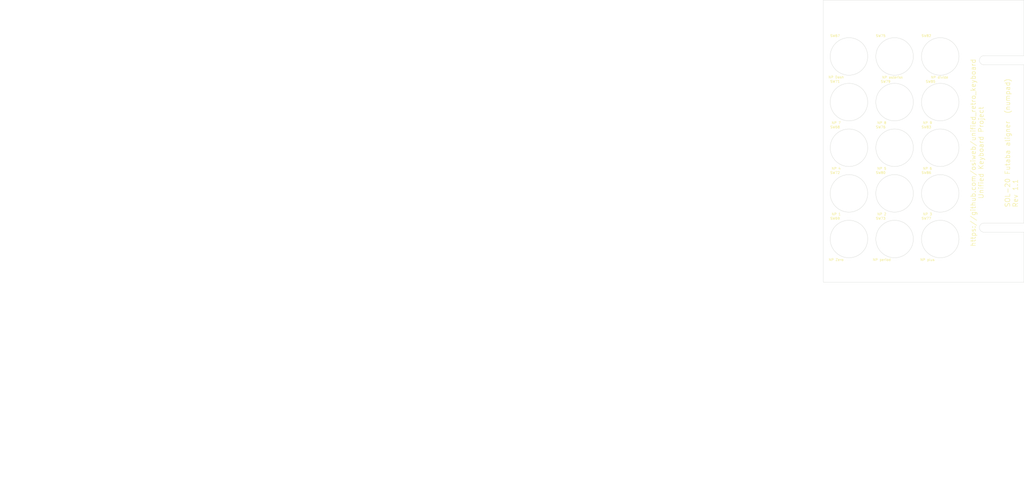
<source format=kicad_pcb>
(kicad_pcb (version 20171130) (host pcbnew "(5.1.5-0-10_14)")

  (general
    (thickness 1.6)
    (drawings 15)
    (tracks 0)
    (zones 0)
    (modules 19)
    (nets 1)
  )

  (page C)
  (title_block
    (title "Unified Retro Keyboard")
    (date 2019-08-25)
    (rev 1.1)
    (company OSIWeb.org)
    (comment 1 "Key aligner - Futaba (numpad)")
  )

  (layers
    (0 F.Cu signal)
    (31 B.Cu signal)
    (32 B.Adhes user)
    (33 F.Adhes user)
    (34 B.Paste user)
    (35 F.Paste user)
    (36 B.SilkS user)
    (37 F.SilkS user)
    (38 B.Mask user)
    (39 F.Mask user)
    (40 Dwgs.User user)
    (41 Cmts.User user)
    (42 Eco1.User user)
    (43 Eco2.User user)
    (44 Edge.Cuts user)
    (45 Margin user)
    (46 B.CrtYd user)
    (47 F.CrtYd user)
    (48 B.Fab user)
    (49 F.Fab user)
  )

  (setup
    (last_trace_width 0.254)
    (user_trace_width 0.254)
    (user_trace_width 0.508)
    (user_trace_width 1.27)
    (trace_clearance 0.2)
    (zone_clearance 0.508)
    (zone_45_only no)
    (trace_min 0.2)
    (via_size 0.8128)
    (via_drill 0.4064)
    (via_min_size 0.4)
    (via_min_drill 0.3)
    (user_via 1.27 0.7112)
    (uvia_size 0.3048)
    (uvia_drill 0.1016)
    (uvias_allowed no)
    (uvia_min_size 0.2)
    (uvia_min_drill 0.1)
    (edge_width 0.05)
    (segment_width 0.2)
    (pcb_text_width 0.3)
    (pcb_text_size 1.5 1.5)
    (mod_edge_width 0.12)
    (mod_text_size 1 1)
    (mod_text_width 0.15)
    (pad_size 3.81 3.81)
    (pad_drill 3.81)
    (pad_to_mask_clearance 0)
    (aux_axis_origin 61.4172 179.1081)
    (grid_origin 76.835 223.393)
    (visible_elements 7FFFEFFF)
    (pcbplotparams
      (layerselection 0x010fc_ffffffff)
      (usegerberextensions false)
      (usegerberattributes false)
      (usegerberadvancedattributes false)
      (creategerberjobfile false)
      (excludeedgelayer true)
      (linewidth 0.100000)
      (plotframeref false)
      (viasonmask false)
      (mode 1)
      (useauxorigin false)
      (hpglpennumber 1)
      (hpglpenspeed 20)
      (hpglpendiameter 15.000000)
      (psnegative false)
      (psa4output false)
      (plotreference true)
      (plotvalue true)
      (plotinvisibletext false)
      (padsonsilk false)
      (subtractmaskfromsilk false)
      (outputformat 1)
      (mirror false)
      (drillshape 0)
      (scaleselection 1)
      (outputdirectory "outputs"))
  )

  (net 0 "")

  (net_class Default "This is the default net class."
    (clearance 0.2)
    (trace_width 0.254)
    (via_dia 0.8128)
    (via_drill 0.4064)
    (uvia_dia 0.3048)
    (uvia_drill 0.1016)
    (diff_pair_width 0.2032)
    (diff_pair_gap 0.254)
  )

  (net_class power1 ""
    (clearance 0.254)
    (trace_width 1.27)
    (via_dia 1.27)
    (via_drill 0.7112)
    (uvia_dia 0.3048)
    (uvia_drill 0.1016)
    (diff_pair_width 0.2032)
    (diff_pair_gap 0.254)
  )

  (net_class signal ""
    (clearance 0.2032)
    (trace_width 0.254)
    (via_dia 0.8128)
    (via_drill 0.4064)
    (uvia_dia 0.3048)
    (uvia_drill 0.1016)
    (diff_pair_width 0.2032)
    (diff_pair_gap 0.254)
  )

  (module unikbd:Futaba-MD-4PCS-aligner locked (layer F.Cu) (tedit 5DA63068) (tstamp 5E12D55C)
    (at 451.47738 168.69156)
    (path /5E16AC8E/5E1BE10C)
    (fp_text reference SW76 (at -5.7912 -8.6106) (layer F.SilkS)
      (effects (font (size 1 1) (thickness 0.15)))
    )
    (fp_text value "NP 5" (at -5.334 8.6614) (layer F.SilkS)
      (effects (font (size 1 1) (thickness 0.15)))
    )
    (fp_circle (center 0 0) (end 7.8232 0) (layer Edge.Cuts) (width 0.12))
    (pad "" np_thru_hole circle (at -6.985 -6.985) (size 1.6256 1.6256) (drill 1.6256) (layers *.Cu *.Mask))
    (pad "" np_thru_hole circle (at -6.985 6.985) (size 1.6256 1.6256) (drill 1.6256) (layers *.Cu *.Mask))
    (pad "" np_thru_hole circle (at 6.985 6.985) (size 1.6256 1.6256) (drill 1.6256) (layers *.Cu *.Mask))
    (pad "" np_thru_hole circle (at 6.985 -6.985) (size 1.6256 1.6256) (drill 1.6256) (layers *.Cu *.Mask))
  )

  (module unikbd:Futaba-MD-4PCS-aligner locked (layer F.Cu) (tedit 5DA63068) (tstamp 5E12D4BC)
    (at 432.42738 168.69156)
    (path /5E16AC8E/5E1BE109)
    (fp_text reference SW68 (at -5.7912 -8.6106) (layer F.SilkS)
      (effects (font (size 1 1) (thickness 0.15)))
    )
    (fp_text value "NP 4" (at -5.334 8.6614) (layer F.SilkS)
      (effects (font (size 1 1) (thickness 0.15)))
    )
    (fp_circle (center 0 0) (end 7.8232 0) (layer Edge.Cuts) (width 0.12))
    (pad "" np_thru_hole circle (at -6.985 -6.985) (size 1.6256 1.6256) (drill 1.6256) (layers *.Cu *.Mask))
    (pad "" np_thru_hole circle (at -6.985 6.985) (size 1.6256 1.6256) (drill 1.6256) (layers *.Cu *.Mask))
    (pad "" np_thru_hole circle (at 6.985 6.985) (size 1.6256 1.6256) (drill 1.6256) (layers *.Cu *.Mask))
    (pad "" np_thru_hole circle (at 6.985 -6.985) (size 1.6256 1.6256) (drill 1.6256) (layers *.Cu *.Mask))
  )

  (module unikbd:Futaba-MD-4PCS-aligner locked (layer F.Cu) (tedit 5DA63068) (tstamp 5E12D5E8)
    (at 470.52738 168.69156)
    (path /5E16AC8E/5E1BE10D)
    (fp_text reference SW83 (at -5.7912 -8.6106) (layer F.SilkS)
      (effects (font (size 1 1) (thickness 0.15)))
    )
    (fp_text value "NP 6" (at -5.334 8.6614) (layer F.SilkS)
      (effects (font (size 1 1) (thickness 0.15)))
    )
    (fp_circle (center 0 0) (end 7.8232 0) (layer Edge.Cuts) (width 0.12))
    (pad "" np_thru_hole circle (at -6.985 -6.985) (size 1.6256 1.6256) (drill 1.6256) (layers *.Cu *.Mask))
    (pad "" np_thru_hole circle (at -6.985 6.985) (size 1.6256 1.6256) (drill 1.6256) (layers *.Cu *.Mask))
    (pad "" np_thru_hole circle (at 6.985 6.985) (size 1.6256 1.6256) (drill 1.6256) (layers *.Cu *.Mask))
    (pad "" np_thru_hole circle (at 6.985 -6.985) (size 1.6256 1.6256) (drill 1.6256) (layers *.Cu *.Mask))
  )

  (module unikbd:Futaba-MD-4PCS-aligner locked (layer F.Cu) (tedit 5DA63068) (tstamp 5E120789)
    (at 470.52738 149.64156)
    (path /5E16AC8E/5E1BE103)
    (fp_text reference SW85 (at -4.03098 -8.56996) (layer F.SilkS)
      (effects (font (size 1 1) (thickness 0.15)))
    )
    (fp_text value "NP 9" (at -5.334 8.6614) (layer F.SilkS)
      (effects (font (size 1 1) (thickness 0.15)))
    )
    (fp_circle (center 0 0) (end 7.8232 0) (layer Edge.Cuts) (width 0.12))
    (pad "" np_thru_hole circle (at -6.985 -6.985) (size 1.6256 1.6256) (drill 1.6256) (layers *.Cu *.Mask))
    (pad "" np_thru_hole circle (at -6.985 6.985) (size 1.6256 1.6256) (drill 1.6256) (layers *.Cu *.Mask))
    (pad "" np_thru_hole circle (at 6.985 6.985) (size 1.6256 1.6256) (drill 1.6256) (layers *.Cu *.Mask))
    (pad "" np_thru_hole circle (at 6.985 -6.985) (size 1.6256 1.6256) (drill 1.6256) (layers *.Cu *.Mask))
  )

  (module unikbd:Futaba-MD-4PCS-aligner locked (layer F.Cu) (tedit 5DA63068) (tstamp 5E12D624)
    (at 470.52738 187.74156)
    (path /5E16AC8E/5E1BE10E)
    (fp_text reference SW86 (at -5.7912 -8.6106) (layer F.SilkS)
      (effects (font (size 1 1) (thickness 0.15)))
    )
    (fp_text value "NP 3" (at -5.334 8.6614) (layer F.SilkS)
      (effects (font (size 1 1) (thickness 0.15)))
    )
    (fp_circle (center 0 0) (end 7.8232 0) (layer Edge.Cuts) (width 0.12))
    (pad "" np_thru_hole circle (at -6.985 -6.985) (size 1.6256 1.6256) (drill 1.6256) (layers *.Cu *.Mask))
    (pad "" np_thru_hole circle (at -6.985 6.985) (size 1.6256 1.6256) (drill 1.6256) (layers *.Cu *.Mask))
    (pad "" np_thru_hole circle (at 6.985 6.985) (size 1.6256 1.6256) (drill 1.6256) (layers *.Cu *.Mask))
    (pad "" np_thru_hole circle (at 6.985 -6.985) (size 1.6256 1.6256) (drill 1.6256) (layers *.Cu *.Mask))
  )

  (module unikbd:Futaba-MD-4PCS-aligner locked (layer F.Cu) (tedit 5DA63068) (tstamp 5E12D5D4)
    (at 470.52738 130.59156)
    (path /5E16AC8E/5E1BE102)
    (fp_text reference SW82 (at -5.7912 -8.6106) (layer F.SilkS)
      (effects (font (size 1 1) (thickness 0.15)))
    )
    (fp_text value "NP divide" (at -0.29718 8.72744) (layer F.SilkS)
      (effects (font (size 1 1) (thickness 0.15)))
    )
    (fp_circle (center 0 0) (end 7.8232 0) (layer Edge.Cuts) (width 0.12))
    (pad "" np_thru_hole circle (at -6.985 -6.985) (size 1.6256 1.6256) (drill 1.6256) (layers *.Cu *.Mask))
    (pad "" np_thru_hole circle (at -6.985 6.985) (size 1.6256 1.6256) (drill 1.6256) (layers *.Cu *.Mask))
    (pad "" np_thru_hole circle (at 6.985 6.985) (size 1.6256 1.6256) (drill 1.6256) (layers *.Cu *.Mask))
    (pad "" np_thru_hole circle (at 6.985 -6.985) (size 1.6256 1.6256) (drill 1.6256) (layers *.Cu *.Mask))
  )

  (module unikbd:Futaba-MD-4PCS-aligner locked (layer F.Cu) (tedit 5DA63068) (tstamp 5E12D5AC)
    (at 451.47738 187.74156)
    (path /5E16AC8E/5E1BE10B)
    (fp_text reference SW80 (at -5.7912 -8.6106) (layer F.SilkS)
      (effects (font (size 1 1) (thickness 0.15)))
    )
    (fp_text value "NP 2" (at -5.334 8.6614) (layer F.SilkS)
      (effects (font (size 1 1) (thickness 0.15)))
    )
    (fp_circle (center 0 0) (end 7.8232 0) (layer Edge.Cuts) (width 0.12))
    (pad "" np_thru_hole circle (at -6.985 -6.985) (size 1.6256 1.6256) (drill 1.6256) (layers *.Cu *.Mask))
    (pad "" np_thru_hole circle (at -6.985 6.985) (size 1.6256 1.6256) (drill 1.6256) (layers *.Cu *.Mask))
    (pad "" np_thru_hole circle (at 6.985 6.985) (size 1.6256 1.6256) (drill 1.6256) (layers *.Cu *.Mask))
    (pad "" np_thru_hole circle (at 6.985 -6.985) (size 1.6256 1.6256) (drill 1.6256) (layers *.Cu *.Mask))
  )

  (module unikbd:Futaba-MD-4PCS-aligner locked (layer F.Cu) (tedit 5DA63068) (tstamp 5E12D598)
    (at 451.47738 149.64156)
    (path /5E16AC8E/5E1BE100)
    (fp_text reference SW79 (at -3.75158 -8.56996) (layer F.SilkS)
      (effects (font (size 1 1) (thickness 0.15)))
    )
    (fp_text value "NP 8" (at -5.334 8.6614) (layer F.SilkS)
      (effects (font (size 1 1) (thickness 0.15)))
    )
    (fp_circle (center 0 0) (end 7.8232 0) (layer Edge.Cuts) (width 0.12))
    (pad "" np_thru_hole circle (at -6.985 -6.985) (size 1.6256 1.6256) (drill 1.6256) (layers *.Cu *.Mask))
    (pad "" np_thru_hole circle (at -6.985 6.985) (size 1.6256 1.6256) (drill 1.6256) (layers *.Cu *.Mask))
    (pad "" np_thru_hole circle (at 6.985 6.985) (size 1.6256 1.6256) (drill 1.6256) (layers *.Cu *.Mask))
    (pad "" np_thru_hole circle (at 6.985 -6.985) (size 1.6256 1.6256) (drill 1.6256) (layers *.Cu *.Mask))
  )

  (module unikbd:Futaba-MD-4PCS-aligner locked (layer F.Cu) (tedit 5DA63068) (tstamp 5E12D570)
    (at 470.52738 206.79156)
    (path /5E16AC8E/5E1BE116)
    (fp_text reference SW77 (at -5.7912 -8.6106) (layer F.SilkS)
      (effects (font (size 1 1) (thickness 0.15)))
    )
    (fp_text value "NP plus" (at -5.334 8.6614) (layer F.SilkS)
      (effects (font (size 1 1) (thickness 0.15)))
    )
    (fp_circle (center 0 0) (end 7.8232 0) (layer Edge.Cuts) (width 0.12))
    (pad "" np_thru_hole circle (at -6.985 -6.985) (size 1.6256 1.6256) (drill 1.6256) (layers *.Cu *.Mask))
    (pad "" np_thru_hole circle (at -6.985 6.985) (size 1.6256 1.6256) (drill 1.6256) (layers *.Cu *.Mask))
    (pad "" np_thru_hole circle (at 6.985 6.985) (size 1.6256 1.6256) (drill 1.6256) (layers *.Cu *.Mask))
    (pad "" np_thru_hole circle (at 6.985 -6.985) (size 1.6256 1.6256) (drill 1.6256) (layers *.Cu *.Mask))
  )

  (module unikbd:Futaba-MD-4PCS-aligner locked (layer F.Cu) (tedit 5DA63068) (tstamp 5E114E20)
    (at 451.47738 130.59156)
    (path /5E16AC8E/5E1BE101)
    (fp_text reference SW75 (at -5.7912 -8.6106) (layer F.SilkS)
      (effects (font (size 1 1) (thickness 0.15)))
    )
    (fp_text value "NP asterisk" (at -0.88138 8.72744) (layer F.SilkS)
      (effects (font (size 1 1) (thickness 0.15)))
    )
    (fp_circle (center 0 0) (end 7.8232 0) (layer Edge.Cuts) (width 0.12))
    (pad "" np_thru_hole circle (at -6.985 -6.985) (size 1.6256 1.6256) (drill 1.6256) (layers *.Cu *.Mask))
    (pad "" np_thru_hole circle (at -6.985 6.985) (size 1.6256 1.6256) (drill 1.6256) (layers *.Cu *.Mask))
    (pad "" np_thru_hole circle (at 6.985 6.985) (size 1.6256 1.6256) (drill 1.6256) (layers *.Cu *.Mask))
    (pad "" np_thru_hole circle (at 6.985 -6.985) (size 1.6256 1.6256) (drill 1.6256) (layers *.Cu *.Mask))
  )

  (module unikbd:Futaba-MD-4PCS-aligner locked (layer F.Cu) (tedit 5DA63068) (tstamp 5E12D520)
    (at 451.47738 206.79156)
    (path /5E16AC8E/5BC6D0AD)
    (fp_text reference SW73 (at -5.7912 -8.6106) (layer F.SilkS)
      (effects (font (size 1 1) (thickness 0.15)))
    )
    (fp_text value "NP period" (at -5.334 8.6614) (layer F.SilkS)
      (effects (font (size 1 1) (thickness 0.15)))
    )
    (fp_circle (center 0 0) (end 7.8232 0) (layer Edge.Cuts) (width 0.12))
    (pad "" np_thru_hole circle (at -6.985 -6.985) (size 1.6256 1.6256) (drill 1.6256) (layers *.Cu *.Mask))
    (pad "" np_thru_hole circle (at -6.985 6.985) (size 1.6256 1.6256) (drill 1.6256) (layers *.Cu *.Mask))
    (pad "" np_thru_hole circle (at 6.985 6.985) (size 1.6256 1.6256) (drill 1.6256) (layers *.Cu *.Mask))
    (pad "" np_thru_hole circle (at 6.985 -6.985) (size 1.6256 1.6256) (drill 1.6256) (layers *.Cu *.Mask))
  )

  (module unikbd:Futaba-MD-4PCS-aligner locked (layer F.Cu) (tedit 5DA63068) (tstamp 5E12D50C)
    (at 432.42738 187.74156)
    (path /5E16AC8E/5E1BE10A)
    (fp_text reference SW72 (at -5.7912 -8.6106) (layer F.SilkS)
      (effects (font (size 1 1) (thickness 0.15)))
    )
    (fp_text value "NP 1" (at -5.334 8.6614) (layer F.SilkS)
      (effects (font (size 1 1) (thickness 0.15)))
    )
    (fp_circle (center 0 0) (end 7.8232 0) (layer Edge.Cuts) (width 0.12))
    (pad "" np_thru_hole circle (at -6.985 -6.985) (size 1.6256 1.6256) (drill 1.6256) (layers *.Cu *.Mask))
    (pad "" np_thru_hole circle (at -6.985 6.985) (size 1.6256 1.6256) (drill 1.6256) (layers *.Cu *.Mask))
    (pad "" np_thru_hole circle (at 6.985 6.985) (size 1.6256 1.6256) (drill 1.6256) (layers *.Cu *.Mask))
    (pad "" np_thru_hole circle (at 6.985 -6.985) (size 1.6256 1.6256) (drill 1.6256) (layers *.Cu *.Mask))
  )

  (module unikbd:Futaba-MD-4PCS-aligner locked (layer F.Cu) (tedit 5DA63068) (tstamp 5E12D4F8)
    (at 432.42738 149.64156)
    (path /5E16AC8E/5E1BE0FF)
    (fp_text reference SW71 (at -5.7912 -8.6106) (layer F.SilkS)
      (effects (font (size 1 1) (thickness 0.15)))
    )
    (fp_text value "NP 7" (at -5.334 8.6614) (layer F.SilkS)
      (effects (font (size 1 1) (thickness 0.15)))
    )
    (fp_circle (center 0 0) (end 7.8232 0) (layer Edge.Cuts) (width 0.12))
    (pad "" np_thru_hole circle (at -6.985 -6.985) (size 1.6256 1.6256) (drill 1.6256) (layers *.Cu *.Mask))
    (pad "" np_thru_hole circle (at -6.985 6.985) (size 1.6256 1.6256) (drill 1.6256) (layers *.Cu *.Mask))
    (pad "" np_thru_hole circle (at 6.985 6.985) (size 1.6256 1.6256) (drill 1.6256) (layers *.Cu *.Mask))
    (pad "" np_thru_hole circle (at 6.985 -6.985) (size 1.6256 1.6256) (drill 1.6256) (layers *.Cu *.Mask))
  )

  (module unikbd:Futaba-MD-4PCS-aligner locked (layer F.Cu) (tedit 5DA63068) (tstamp 5E12D4D0)
    (at 432.42738 206.79156)
    (path /5E16AC8E/5E149AE2)
    (fp_text reference SW69 (at -5.7912 -8.6106) (layer F.SilkS)
      (effects (font (size 1 1) (thickness 0.15)))
    )
    (fp_text value "NP Zero" (at -5.334 8.6614) (layer F.SilkS)
      (effects (font (size 1 1) (thickness 0.15)))
    )
    (fp_circle (center 0 0) (end 7.8232 0) (layer Edge.Cuts) (width 0.12))
    (pad "" np_thru_hole circle (at -6.985 -6.985) (size 1.6256 1.6256) (drill 1.6256) (layers *.Cu *.Mask))
    (pad "" np_thru_hole circle (at -6.985 6.985) (size 1.6256 1.6256) (drill 1.6256) (layers *.Cu *.Mask))
    (pad "" np_thru_hole circle (at 6.985 6.985) (size 1.6256 1.6256) (drill 1.6256) (layers *.Cu *.Mask))
    (pad "" np_thru_hole circle (at 6.985 -6.985) (size 1.6256 1.6256) (drill 1.6256) (layers *.Cu *.Mask))
  )

  (module unikbd:Futaba-MD-4PCS-aligner locked (layer F.Cu) (tedit 5DA63068) (tstamp 5E12D4A8)
    (at 432.42738 130.59156)
    (path /5E16AC8E/5E13E76B)
    (fp_text reference SW67 (at -5.7912 -8.6106) (layer F.SilkS)
      (effects (font (size 1 1) (thickness 0.15)))
    )
    (fp_text value "NP Dash" (at -5.334 8.6614) (layer F.SilkS)
      (effects (font (size 1 1) (thickness 0.15)))
    )
    (fp_circle (center 0 0) (end 7.8232 0) (layer Edge.Cuts) (width 0.12))
    (pad "" np_thru_hole circle (at -6.985 -6.985) (size 1.6256 1.6256) (drill 1.6256) (layers *.Cu *.Mask))
    (pad "" np_thru_hole circle (at -6.985 6.985) (size 1.6256 1.6256) (drill 1.6256) (layers *.Cu *.Mask))
    (pad "" np_thru_hole circle (at 6.985 6.985) (size 1.6256 1.6256) (drill 1.6256) (layers *.Cu *.Mask))
    (pad "" np_thru_hole circle (at 6.985 -6.985) (size 1.6256 1.6256) (drill 1.6256) (layers *.Cu *.Mask))
  )

  (module MountingHole:MountingHole_3.2mm_M3 locked (layer F.Cu) (tedit 56D1B4CB) (tstamp 5E75490D)
    (at 432.42738 219.49156)
    (descr "Mounting Hole 3.2mm, no annular, M3")
    (tags "mounting hole 3.2mm no annular m3")
    (attr virtual)
    (fp_text reference REF** (at 0 -4.2) (layer F.SilkS) hide
      (effects (font (size 1 1) (thickness 0.15)))
    )
    (fp_text value MountingHole_3.2mm_M3 (at 0 4.2) (layer F.Fab)
      (effects (font (size 1 1) (thickness 0.15)))
    )
    (fp_text user %R (at 0.3 0) (layer F.Fab)
      (effects (font (size 1 1) (thickness 0.15)))
    )
    (fp_circle (center 0 0) (end 3.2 0) (layer Cmts.User) (width 0.15))
    (fp_circle (center 0 0) (end 3.45 0) (layer F.CrtYd) (width 0.05))
    (pad 1 np_thru_hole circle (at 0 0) (size 3.2 3.2) (drill 3.2) (layers *.Cu *.Mask))
  )

  (module MountingHole:MountingHole_3.2mm_M3 locked (layer F.Cu) (tedit 56D1B4CB) (tstamp 5E75490D)
    (at 470.52738 219.49156)
    (descr "Mounting Hole 3.2mm, no annular, M3")
    (tags "mounting hole 3.2mm no annular m3")
    (attr virtual)
    (fp_text reference REF** (at 0 -4.2) (layer F.SilkS) hide
      (effects (font (size 1 1) (thickness 0.15)))
    )
    (fp_text value MountingHole_3.2mm_M3 (at 0 4.2) (layer F.Fab)
      (effects (font (size 1 1) (thickness 0.15)))
    )
    (fp_text user %R (at 0.3 0) (layer F.Fab)
      (effects (font (size 1 1) (thickness 0.15)))
    )
    (fp_circle (center 0 0) (end 3.2 0) (layer Cmts.User) (width 0.15))
    (fp_circle (center 0 0) (end 3.45 0) (layer F.CrtYd) (width 0.05))
    (pad 1 np_thru_hole circle (at 0 0) (size 3.2 3.2) (drill 3.2) (layers *.Cu *.Mask))
  )

  (module MountingHole:MountingHole_3.2mm_M3 locked (layer F.Cu) (tedit 56D1B4CB) (tstamp 5E75490D)
    (at 470.52738 114.08156)
    (descr "Mounting Hole 3.2mm, no annular, M3")
    (tags "mounting hole 3.2mm no annular m3")
    (attr virtual)
    (fp_text reference REF** (at 0 -4.2) (layer F.SilkS) hide
      (effects (font (size 1 1) (thickness 0.15)))
    )
    (fp_text value MountingHole_3.2mm_M3 (at 0 4.2) (layer F.Fab)
      (effects (font (size 1 1) (thickness 0.15)))
    )
    (fp_text user %R (at 0.3 0) (layer F.Fab)
      (effects (font (size 1 1) (thickness 0.15)))
    )
    (fp_circle (center 0 0) (end 3.2 0) (layer Cmts.User) (width 0.15))
    (fp_circle (center 0 0) (end 3.45 0) (layer F.CrtYd) (width 0.05))
    (pad 1 np_thru_hole circle (at 0 0) (size 3.2 3.2) (drill 3.2) (layers *.Cu *.Mask))
  )

  (module MountingHole:MountingHole_3.2mm_M3 locked (layer F.Cu) (tedit 56D1B4CB) (tstamp 5E75490D)
    (at 432.42738 114.08156)
    (descr "Mounting Hole 3.2mm, no annular, M3")
    (tags "mounting hole 3.2mm no annular m3")
    (attr virtual)
    (fp_text reference REF** (at 0 -4.2) (layer F.SilkS) hide
      (effects (font (size 1 1) (thickness 0.15)))
    )
    (fp_text value MountingHole_3.2mm_M3 (at 0 4.2) (layer F.Fab)
      (effects (font (size 1 1) (thickness 0.15)))
    )
    (fp_text user %R (at 0.3 0) (layer F.Fab)
      (effects (font (size 1 1) (thickness 0.15)))
    )
    (fp_circle (center 0 0) (end 3.2 0) (layer Cmts.User) (width 0.15))
    (fp_circle (center 0 0) (end 3.45 0) (layer F.CrtYd) (width 0.05))
    (pad 1 np_thru_hole circle (at 0 0) (size 3.2 3.2) (drill 3.2) (layers *.Cu *.Mask))
  )

  (gr_line (start 505.44984 200.12914) (end 505.44984 134.08914) (layer Edge.Cuts) (width 0.1016) (tstamp 5E8D7DB8))
  (gr_line (start 421.767 224.79) (end 421.767 107.0864) (layer Edge.Cuts) (width 0.1016) (tstamp 5E8D7DA3))
  (gr_text "SOL-20 Futaba aligner  (numpad)\nRev 1.1\n" (at 500.2784 193.6496 90) (layer F.SilkS)
    (effects (font (size 2.032 2.032) (thickness 0.2032)) (justify left))
  )
  (gr_text "https://github.com/osiweb/unified_retro_keyboard\nUnified Keyboard Project" (at 485.9274 170.7642 90) (layer F.SilkS)
    (effects (font (size 2.032 2.032) (thickness 0.2032)))
  )
  (gr_text "Key spacing guide:\nVertical: 0.75 inch.\n\nKey1, Key2  ->  Centers (inches)\n\n1.00,  1.00  ->  0.75\n1.00,  1.25  ->  0.84375\n1.00,  1.50  ->  0.9375\n1.00,  1.75  ->  1.03125\n1.00,  2.00  ->  1.125\n1.25,  1.25  ->  0.9375\n1.25,  1.50  ->  1.03125\n1.25,  2.00  ->  1.21875\n1.50,  1.50  ->  1.125\n1.50,  2.00  ->  1.3125\n1.75,  2.00. ->. 1.40625\n8.00,  1.00  ->  3.375\n8.00,  1.25  ->  3.46875\n8.00,  1.50  ->  3.5625" (at 78.1304 274.8788) (layer F.Mask) (tstamp 5E6EC889)
    (effects (font (size 2.032 2.032) (thickness 0.3048)) (justify left))
  )
  (gr_line (start 505.45238 107.0864) (end 505.45238 130.27914) (layer Edge.Cuts) (width 0.1016) (tstamp 5E1A7AFB))
  (gr_line (start 505.45238 224.79) (end 505.45238 203.93914) (layer Edge.Cuts) (width 0.1016) (tstamp 5E1A7AF2))
  (gr_line (start 488.78109 203.93914) (end 505.44984 203.93914) (layer Edge.Cuts) (width 0.1016) (tstamp 5E1A7AB0))
  (gr_line (start 488.78109 134.08914) (end 505.44984 134.08914) (layer Edge.Cuts) (width 0.1016) (tstamp 5E1A7AD5))
  (gr_line (start 488.78109 130.27914) (end 505.44984 130.27914) (layer Edge.Cuts) (width 0.1016) (tstamp 5E1A7AD8))
  (gr_arc (start 488.78109 132.18414) (end 488.78109 130.27914) (angle -180) (layer Edge.Cuts) (width 0.1016) (tstamp 5E1A7ADB))
  (gr_line (start 488.78109 200.12914) (end 505.44984 200.12914) (layer Edge.Cuts) (width 0.1016) (tstamp 5E1A7AAC))
  (gr_arc (start 488.78109 202.03414) (end 488.78109 200.12914) (angle -180) (layer Edge.Cuts) (width 0.1016) (tstamp 5E1A7AAB))
  (gr_line (start 421.767 224.79) (end 505.45238 224.79) (layer Edge.Cuts) (width 0.1) (tstamp 5E3178AB))
  (gr_line (start 505.45238 107.0864) (end 421.767 107.0864) (layer Edge.Cuts) (width 0.1016) (tstamp 5D91148D))

)

</source>
